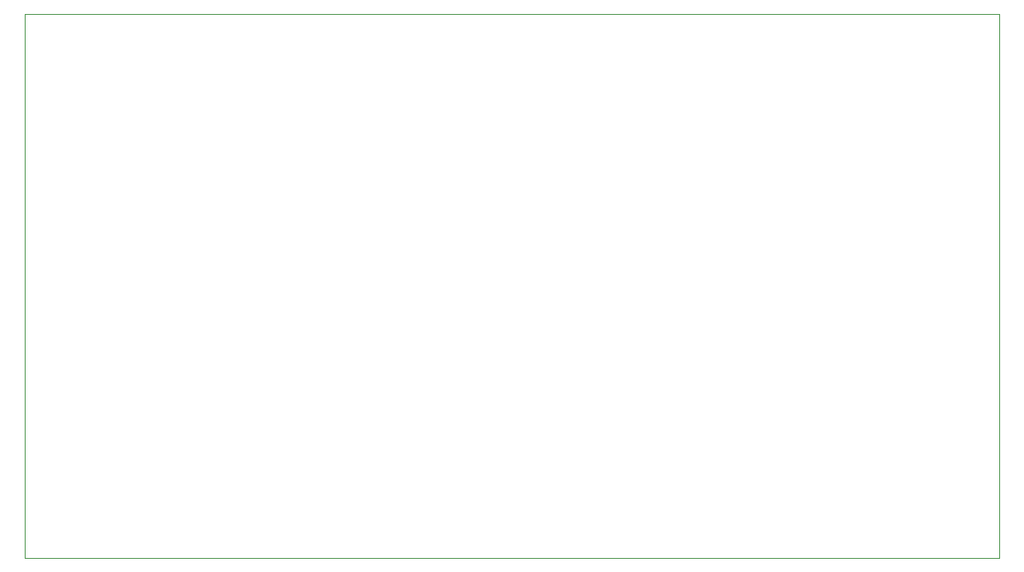
<source format=gbr>
G04 #@! TF.GenerationSoftware,KiCad,Pcbnew,(5.1.4)-1*
G04 #@! TF.CreationDate,2021-11-29T21:00:52-05:00*
G04 #@! TF.ProjectId,OpenTelemetry_Aux,4f70656e-5465-46c6-956d-657472795f41,rev?*
G04 #@! TF.SameCoordinates,Original*
G04 #@! TF.FileFunction,Profile,NP*
%FSLAX46Y46*%
G04 Gerber Fmt 4.6, Leading zero omitted, Abs format (unit mm)*
G04 Created by KiCad (PCBNEW (5.1.4)-1) date 2021-11-29 21:00:52*
%MOMM*%
%LPD*%
G04 APERTURE LIST*
%ADD10C,0.100000*%
G04 APERTURE END LIST*
D10*
X218800000Y-64500000D02*
X118800000Y-64500000D01*
X218800000Y-120400000D02*
X218800000Y-64500000D01*
X118800000Y-120400000D02*
X218800000Y-120400000D01*
X118800000Y-120400000D02*
X118800000Y-64500000D01*
M02*

</source>
